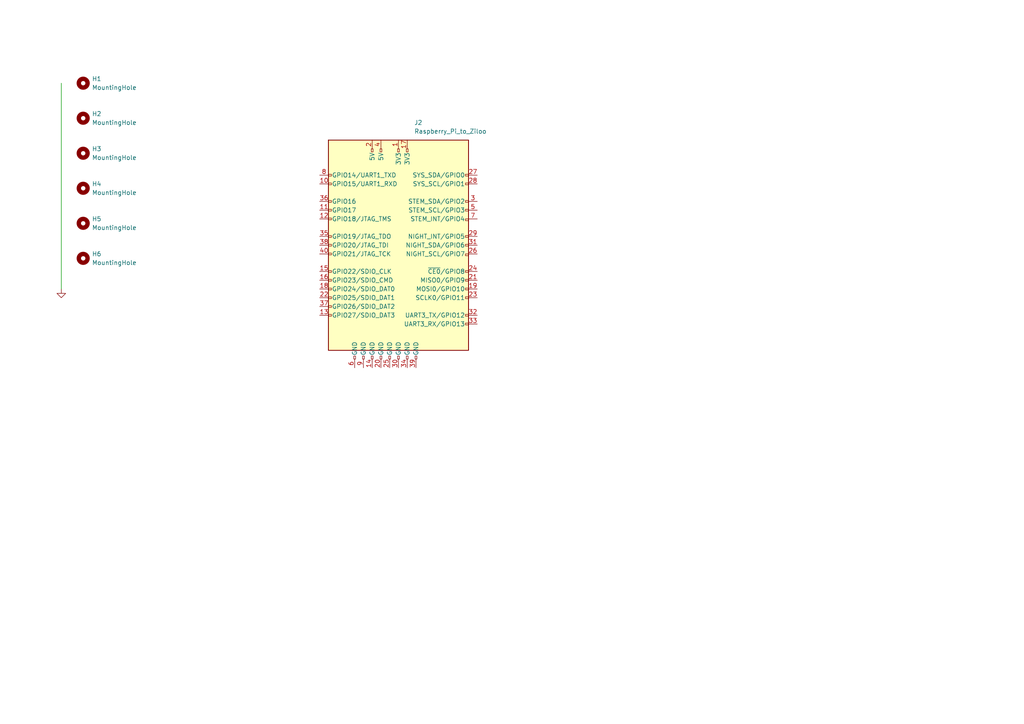
<source format=kicad_sch>
(kicad_sch (version 20211123) (generator eeschema)
  (paper "A4")
  (title_block (title "Ethernet and SD1") (date "2022-08-23") (company "Digital Sculptor GmbH"))
  (lib_symbols
    (symbol "Mechanical:MountingHole" (pin_names (offset 1.016))
      (property "Reference" "H" (at 0 5.08 0))
      (property "Value" "MountingHole" (at 0 3.175 0))
      (symbol "MountingHole_0_1"
        (circle (center 0 0) (radius 1.27) (stroke (width 1.27)))
      )
    )
    (symbol "Ziloo:Raspberry_Pi_to_Ziloo" (pin_names (offset 1.016))
      (property "Reference" "J" (at -17.78 31.75 0))
      (property "Value" "Raspberry_Pi_to_Ziloo" (at 10.16 -31.75 0))
      (symbol "Raspberry_Pi_to_Ziloo_0_1"
        (rectangle (start -17.78 33.02) (end 22.86 -27.94) (stroke (width 0.254)) (fill (type background)))
      )
      (symbol "Raspberry_Pi_to_Ziloo_1_1"
        (rectangle (start -16.891 -17.526) (end -17.78 -18.034))
        (rectangle (start -16.891 -14.986) (end -17.78 -15.494))
        (rectangle (start -16.891 -12.446) (end -17.78 -12.954))
        (rectangle (start -16.891 -9.906) (end -17.78 -10.414))
        (rectangle (start -16.891 -7.366) (end -17.78 -7.874))
        (rectangle (start -16.891 -4.826) (end -17.78 -5.334))
        (rectangle (start -16.891 0.254) (end -17.78 -0.254))
        (rectangle (start -16.891 2.794) (end -17.78 2.286))
        (rectangle (start -16.891 5.334) (end -17.78 4.826))
        (rectangle (start -16.891 10.414) (end -17.78 9.906))
        (rectangle (start -16.891 12.954) (end -17.78 12.446))
        (rectangle (start -16.891 15.494) (end -17.78 14.986))
        (rectangle (start -16.891 20.574) (end -17.78 20.066))
        (rectangle (start -16.891 23.114) (end -17.78 22.606))
        (rectangle (start -10.414 -29.591) (end -9.906 -30.48))
        (rectangle (start -7.874 -29.591) (end -7.366 -30.48))
        (rectangle (start -5.334 -29.591) (end -4.826 -30.48))
        (rectangle (start -5.334 30.48) (end -4.826 29.591))
        (rectangle (start -2.794 -29.591) (end -2.286 -30.48))
        (rectangle (start -2.794 30.48) (end -2.286 29.591))
        (rectangle (start -0.254 -29.591) (end 0.254 -30.48))
        (rectangle (start 2.286 -29.591) (end 2.794 -30.48))
        (rectangle (start 2.286 30.48) (end 2.794 29.591))
        (rectangle (start 4.826 -29.591) (end 5.334 -30.48))
        (rectangle (start 4.826 30.48) (end 5.334 29.591))
        (rectangle (start 7.366 -29.591) (end 7.874 -30.48))
        (rectangle (start 22.86 -20.066) (end 21.971 -20.574))
        (rectangle (start 22.86 -17.526) (end 21.971 -18.034))
        (rectangle (start 22.86 -12.446) (end 21.971 -12.954))
        (rectangle (start 22.86 -9.906) (end 21.971 -10.414))
        (rectangle (start 22.86 -7.366) (end 21.971 -7.874))
        (rectangle (start 22.86 -4.826) (end 21.971 -5.334))
        (rectangle (start 22.86 0) (end 21.971 -0.508))
        (rectangle (start 22.86 2.794) (end 21.971 2.286))
        (rectangle (start 22.86 5.334) (end 21.971 4.826))
        (rectangle (start 22.86 10.16) (end 21.971 9.652))
        (rectangle (start 22.86 12.954) (end 21.971 12.446))
        (rectangle (start 22.86 15.494) (end 21.971 14.986))
        (rectangle (start 22.86 20.574) (end 21.971 20.066))
        (rectangle (start 22.86 23.114) (end 21.971 22.606))
        (pin power_in line (at 2.54 33.02 270) (length 2.54) (name "3V3") (number "1"))
        (pin bidirectional line (at -20.32 20.32 0) (length 2.54) (name "GPIO15/UART1_RXD") (number "10"))
        (pin bidirectional line (at -20.32 12.7 0) (length 2.54) (name "GPIO17") (number "11"))
        (pin bidirectional line (at -20.32 10.16 0) (length 2.54) (name "GPIO18/JTAG_TMS") (number "12"))
        (pin bidirectional line (at -20.32 -17.78 0) (length 2.54) (name "GPIO27/SDIO_DAT3") (number "13"))
        (pin power_in line (at -5.08 -33.02 90) (length 2.54) (name "GND") (number "14"))
        (pin bidirectional line (at -20.32 -5.08 0) (length 2.54) (name "GPIO22/SDIO_CLK") (number "15"))
        (pin bidirectional line (at -20.32 -7.62 0) (length 2.54) (name "GPIO23/SDIO_CMD") (number "16"))
        (pin power_in line (at 5.08 33.02 270) (length 2.54) (name "3V3") (number "17"))
        (pin bidirectional line (at -20.32 -10.16 0) (length 2.54) (name "GPIO24/SDIO_DAT0") (number "18"))
        (pin bidirectional line (at 25.4 -10.16 180) (length 2.54) (name "MOSI0/GPIO10") (number "19"))
        (pin power_in line (at -5.08 33.02 270) (length 2.54) (name "5V") (number "2"))
        (pin power_in line (at -2.54 -33.02 90) (length 2.54) (name "GND") (number "20"))
        (pin bidirectional line (at 25.4 -7.62 180) (length 2.54) (name "MISO0/GPIO9") (number "21"))
        (pin bidirectional line (at -20.32 -12.7 0) (length 2.54) (name "GPIO25/SDIO_DAT1") (number "22"))
        (pin bidirectional line (at 25.4 -12.7 180) (length 2.54) (name "SCLK0/GPIO11") (number "23"))
        (pin bidirectional line (at 25.4 -5.08 180) (length 2.54) (name "~{CE0}/GPIO8") (number "24"))
        (pin power_in line (at 0 -33.02 90) (length 2.54) (name "GND") (number "25"))
        (pin bidirectional line (at 25.4 0 180) (length 2.54) (name "NIGHT_SCL/GPIO7") (number "26"))
        (pin bidirectional line (at 25.4 22.86 180) (length 2.54) (name "SYS_SDA/GPIO0") (number "27"))
        (pin bidirectional line (at 25.4 20.32 180) (length 2.54) (name "SYS_SCL/GPIO1") (number "28"))
        (pin bidirectional line (at 25.4 5.08 180) (length 2.54) (name "NIGHT_INT/GPIO5") (number "29"))
        (pin bidirectional line (at 25.4 15.24 180) (length 2.54) (name "STEM_SDA/GPIO2") (number "3"))
        (pin power_in line (at 2.54 -33.02 90) (length 2.54) (name "GND") (number "30"))
        (pin bidirectional line (at 25.4 2.54 180) (length 2.54) (name "NIGHT_SDA/GPIO6") (number "31"))
        (pin bidirectional line (at 25.4 -17.78 180) (length 2.54) (name "UART3_TX/GPIO12") (number "32"))
        (pin bidirectional line (at 25.4 -20.32 180) (length 2.54) (name "UART3_RX/GPIO13") (number "33"))
        (pin power_in line (at 5.08 -33.02 90) (length 2.54) (name "GND") (number "34"))
        (pin bidirectional line (at -20.32 5.08 0) (length 2.54) (name "GPIO19/JTAG_TDO") (number "35"))
        (pin bidirectional line (at -20.32 15.24 0) (length 2.54) (name "GPIO16") (number "36"))
        (pin bidirectional line (at -20.32 -15.24 0) (length 2.54) (name "GPIO26/SDIO_DAT2") (number "37"))
        (pin bidirectional line (at -20.32 2.54 0) (length 2.54) (name "GPIO20/JTAG_TDI") (number "38"))
        (pin power_in line (at 7.62 -33.02 90) (length 2.54) (name "GND") (number "39"))
        (pin power_in line (at -2.54 33.02 270) (length 2.54) (name "5V") (number "4"))
        (pin bidirectional line (at -20.32 0 0) (length 2.54) (name "GPIO21/JTAG_TCK") (number "40"))
        (pin bidirectional line (at 25.4 12.7 180) (length 2.54) (name "STEM_SCL/GPIO3") (number "5"))
        (pin power_in line (at -10.16 -33.02 90) (length 2.54) (name "GND") (number "6"))
        (pin bidirectional line (at 25.4 10.16 180) (length 2.54) (name "STEM_INT/GPIO4") (number "7"))
        (pin bidirectional line (at -20.32 22.86 0) (length 2.54) (name "GPIO14/UART1_TXD") (number "8"))
        (pin power_in line (at -7.62 -33.02 90) (length 2.54) (name "GND") (number "9"))
      )
    )
    (symbol "power:GND" (power) (pin_names (offset 0))
      (property "Value" "GND" (at 0 -3.81 0))
      (symbol "GND_0_1"
        (polyline (pts (xy 0 0) (xy 0 -1.27) (xy 1.27 -1.27) (xy 0 -2.54) (xy -1.27 -1.27) (xy 0 -1.27)))
      )
      (symbol "GND_1_1"
        (pin power_in line (at 0 0 270) (length 0) hide (name "GND") (number "1"))
      )
    )
  )
  (wire (pts (xy 17.78 24.13) (xy 17.78 83.82)))
  (symbol (lib_id "Mechanical:MountingHole") (at 24.13 34.29 0) (unit 1)
    (property "Reference" "H2" (at 26.67 33.0199 0) (effects (justify left)))
    (property "Value" "MountingHole" (at 26.67 35.5599 0) (effects (justify left)))
    (property "Footprint" "MountingHole:MountingHole_2.5mm_Pad" (effects hide))
  )
  (symbol (lib_id "Ziloo:Raspberry_Pi_to_Ziloo") (at 113.03 73.66 0) (unit 1)
    (property "Reference" "J2" (at 120.1294 35.56 0) (effects (justify left)))
    (property "Value" "Raspberry_Pi_to_Ziloo" (at 120.1294 38.1 0) (effects (justify left)))
    (property "Footprint" "Connector_PinHeader_2.54mm:PinHeader_2x20_P2.54mm_Vertical_SMD" (effects hide))
    (property "Datasheet" "https://www.raspberrypi.org/documentation/hardware/raspberrypi/schematics/rpi_SCH_3bplus_1p0_reduced.pdf" (effects hide))
  )
  (symbol (lib_id "Mechanical:MountingHole") (at 24.13 64.77 0) (unit 1)
    (property "Reference" "H5" (at 26.67 63.4999 0) (effects (justify left)))
    (property "Value" "MountingHole" (at 26.67 66.0399 0) (effects (justify left)))
    (property "Footprint" "MountingHole:MountingHole_2.5mm_Pad" (effects hide))
  )
  (symbol (lib_id "power:GND") (at 17.78 83.82 0) (unit 1)
    (property "Reference" "#PWR0105" (effects hide))
    (property "Value" "GND" (effects hide))
  )
  (symbol (lib_id "Mechanical:MountingHole") (at 24.13 74.93 0) (unit 1)
    (property "Reference" "H6" (at 26.67 73.6599 0) (effects (justify left)))
    (property "Value" "MountingHole" (at 26.67 76.1999 0) (effects (justify left)))
    (property "Footprint" "MountingHole:MountingHole_2.5mm_Pad" (effects hide))
  )
  (symbol (lib_id "Mechanical:MountingHole") (at 24.13 24.13 0) (unit 1)
    (property "Reference" "H1" (at 26.67 22.8599 0) (effects (justify left)))
    (property "Value" "MountingHole" (at 26.67 25.3999 0) (effects (justify left)))
    (property "Footprint" "MountingHole:MountingHole_2.5mm_Pad" (effects hide))
  )
  (symbol (lib_id "Mechanical:MountingHole") (at 24.13 44.45 0) (unit 1)
    (property "Reference" "H3" (at 26.67 43.1799 0) (effects (justify left)))
    (property "Value" "MountingHole" (at 26.67 45.7199 0) (effects (justify left)))
    (property "Footprint" "MountingHole:MountingHole_2.5mm_Pad" (effects hide))
  )
  (symbol (lib_id "Mechanical:MountingHole") (at 24.13 54.61 0) (unit 1)
    (property "Reference" "H4" (at 26.67 53.3399 0) (effects (justify left)))
    (property "Value" "MountingHole" (at 26.67 55.8799 0) (effects (justify left)))
    (property "Footprint" "MountingHole:MountingHole_2.5mm_Pad" (effects hide))
  )
)
</source>
